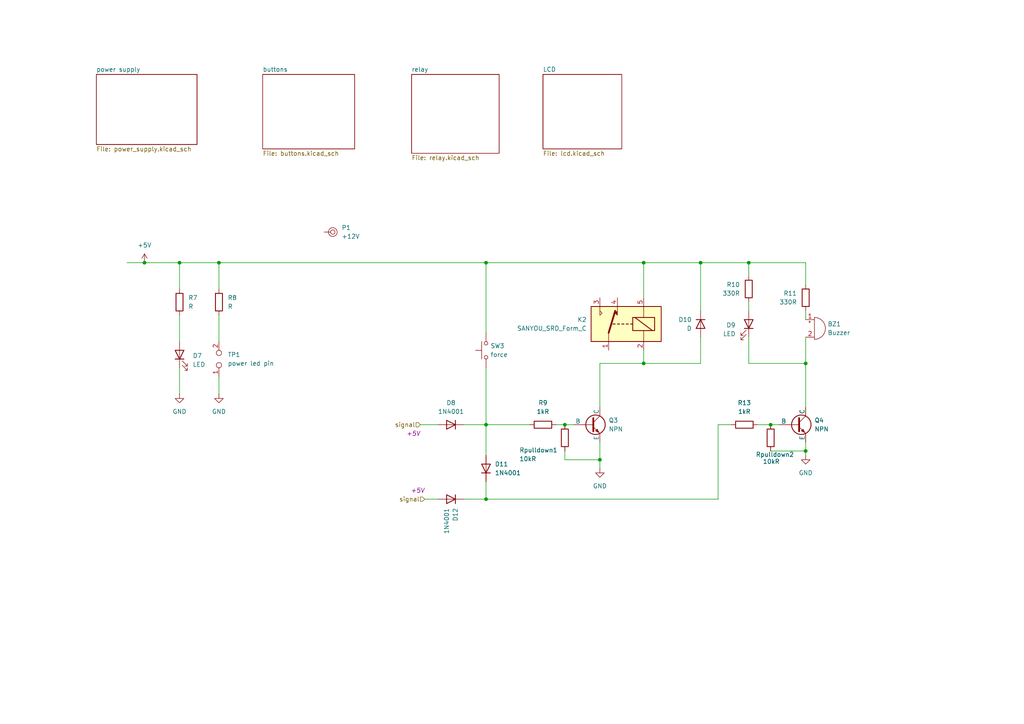
<source format=kicad_sch>
(kicad_sch
	(version 20250114)
	(generator "eeschema")
	(generator_version "9.0")
	(uuid "f1ade40e-ee4b-4e00-b57d-44850604005b")
	(paper "A4")
	(title_block
		(title "Main")
		(date "2025-09-25")
		(rev "v0.0.3")
		(company "Dag-Electronics")
	)
	(lib_symbols
		(symbol "Connector:TestPoint_2Pole"
			(pin_names
				(offset 0.762)
				(hide yes)
			)
			(exclude_from_sim no)
			(in_bom yes)
			(on_board yes)
			(property "Reference" "TP"
				(at 0 1.524 0)
				(effects
					(font
						(size 1.27 1.27)
					)
				)
			)
			(property "Value" "TestPoint_2Pole"
				(at 0 -1.778 0)
				(effects
					(font
						(size 1.27 1.27)
					)
				)
			)
			(property "Footprint" ""
				(at 0 0 0)
				(effects
					(font
						(size 1.27 1.27)
					)
					(hide yes)
				)
			)
			(property "Datasheet" "~"
				(at 0 0 0)
				(effects
					(font
						(size 1.27 1.27)
					)
					(hide yes)
				)
			)
			(property "Description" "2-polar test point"
				(at 0 0 0)
				(effects
					(font
						(size 1.27 1.27)
					)
					(hide yes)
				)
			)
			(property "ki_keywords" "point tp"
				(at 0 0 0)
				(effects
					(font
						(size 1.27 1.27)
					)
					(hide yes)
				)
			)
			(property "ki_fp_filters" "Pin* Test*"
				(at 0 0 0)
				(effects
					(font
						(size 1.27 1.27)
					)
					(hide yes)
				)
			)
			(symbol "TestPoint_2Pole_0_1"
				(circle
					(center -1.778 0)
					(radius 0.762)
					(stroke
						(width 0)
						(type default)
					)
					(fill
						(type none)
					)
				)
				(circle
					(center 1.778 0)
					(radius 0.762)
					(stroke
						(width 0)
						(type default)
					)
					(fill
						(type none)
					)
				)
				(pin passive line
					(at -5.08 0 0)
					(length 2.54)
					(name "1"
						(effects
							(font
								(size 1.27 1.27)
							)
						)
					)
					(number "1"
						(effects
							(font
								(size 1.27 1.27)
							)
						)
					)
				)
				(pin passive line
					(at 5.08 0 180)
					(length 2.54)
					(name "2"
						(effects
							(font
								(size 1.27 1.27)
							)
						)
					)
					(number "2"
						(effects
							(font
								(size 1.27 1.27)
							)
						)
					)
				)
			)
			(embedded_fonts no)
		)
		(symbol "Device:Buzzer"
			(pin_names
				(offset 0.0254)
				(hide yes)
			)
			(exclude_from_sim no)
			(in_bom yes)
			(on_board yes)
			(property "Reference" "BZ"
				(at 3.81 1.27 0)
				(effects
					(font
						(size 1.27 1.27)
					)
					(justify left)
				)
			)
			(property "Value" "Buzzer"
				(at 3.81 -1.27 0)
				(effects
					(font
						(size 1.27 1.27)
					)
					(justify left)
				)
			)
			(property "Footprint" ""
				(at -0.635 2.54 90)
				(effects
					(font
						(size 1.27 1.27)
					)
					(hide yes)
				)
			)
			(property "Datasheet" "~"
				(at -0.635 2.54 90)
				(effects
					(font
						(size 1.27 1.27)
					)
					(hide yes)
				)
			)
			(property "Description" "Buzzer, polarized"
				(at 0 0 0)
				(effects
					(font
						(size 1.27 1.27)
					)
					(hide yes)
				)
			)
			(property "ki_keywords" "quartz resonator ceramic"
				(at 0 0 0)
				(effects
					(font
						(size 1.27 1.27)
					)
					(hide yes)
				)
			)
			(property "ki_fp_filters" "*Buzzer*"
				(at 0 0 0)
				(effects
					(font
						(size 1.27 1.27)
					)
					(hide yes)
				)
			)
			(symbol "Buzzer_0_1"
				(polyline
					(pts
						(xy -1.651 1.905) (xy -1.143 1.905)
					)
					(stroke
						(width 0)
						(type default)
					)
					(fill
						(type none)
					)
				)
				(polyline
					(pts
						(xy -1.397 2.159) (xy -1.397 1.651)
					)
					(stroke
						(width 0)
						(type default)
					)
					(fill
						(type none)
					)
				)
				(arc
					(start 0 3.175)
					(mid 3.1612 0)
					(end 0 -3.175)
					(stroke
						(width 0)
						(type default)
					)
					(fill
						(type none)
					)
				)
				(polyline
					(pts
						(xy 0 3.175) (xy 0 -3.175)
					)
					(stroke
						(width 0)
						(type default)
					)
					(fill
						(type none)
					)
				)
			)
			(symbol "Buzzer_1_1"
				(pin passive line
					(at -2.54 2.54 0)
					(length 2.54)
					(name "+"
						(effects
							(font
								(size 1.27 1.27)
							)
						)
					)
					(number "1"
						(effects
							(font
								(size 1.27 1.27)
							)
						)
					)
				)
				(pin passive line
					(at -2.54 -2.54 0)
					(length 2.54)
					(name "-"
						(effects
							(font
								(size 1.27 1.27)
							)
						)
					)
					(number "2"
						(effects
							(font
								(size 1.27 1.27)
							)
						)
					)
				)
			)
			(embedded_fonts no)
		)
		(symbol "Device:D"
			(pin_numbers
				(hide yes)
			)
			(pin_names
				(offset 1.016)
				(hide yes)
			)
			(exclude_from_sim no)
			(in_bom yes)
			(on_board yes)
			(property "Reference" "D"
				(at 0 2.54 0)
				(effects
					(font
						(size 1.27 1.27)
					)
				)
			)
			(property "Value" "D"
				(at 0 -2.54 0)
				(effects
					(font
						(size 1.27 1.27)
					)
				)
			)
			(property "Footprint" ""
				(at 0 0 0)
				(effects
					(font
						(size 1.27 1.27)
					)
					(hide yes)
				)
			)
			(property "Datasheet" "~"
				(at 0 0 0)
				(effects
					(font
						(size 1.27 1.27)
					)
					(hide yes)
				)
			)
			(property "Description" "Diode"
				(at 0 0 0)
				(effects
					(font
						(size 1.27 1.27)
					)
					(hide yes)
				)
			)
			(property "Sim.Device" "D"
				(at 0 0 0)
				(effects
					(font
						(size 1.27 1.27)
					)
					(hide yes)
				)
			)
			(property "Sim.Pins" "1=K 2=A"
				(at 0 0 0)
				(effects
					(font
						(size 1.27 1.27)
					)
					(hide yes)
				)
			)
			(property "ki_keywords" "diode"
				(at 0 0 0)
				(effects
					(font
						(size 1.27 1.27)
					)
					(hide yes)
				)
			)
			(property "ki_fp_filters" "TO-???* *_Diode_* *SingleDiode* D_*"
				(at 0 0 0)
				(effects
					(font
						(size 1.27 1.27)
					)
					(hide yes)
				)
			)
			(symbol "D_0_1"
				(polyline
					(pts
						(xy -1.27 1.27) (xy -1.27 -1.27)
					)
					(stroke
						(width 0.254)
						(type default)
					)
					(fill
						(type none)
					)
				)
				(polyline
					(pts
						(xy 1.27 1.27) (xy 1.27 -1.27) (xy -1.27 0) (xy 1.27 1.27)
					)
					(stroke
						(width 0.254)
						(type default)
					)
					(fill
						(type none)
					)
				)
				(polyline
					(pts
						(xy 1.27 0) (xy -1.27 0)
					)
					(stroke
						(width 0)
						(type default)
					)
					(fill
						(type none)
					)
				)
			)
			(symbol "D_1_1"
				(pin passive line
					(at -3.81 0 0)
					(length 2.54)
					(name "K"
						(effects
							(font
								(size 1.27 1.27)
							)
						)
					)
					(number "1"
						(effects
							(font
								(size 1.27 1.27)
							)
						)
					)
				)
				(pin passive line
					(at 3.81 0 180)
					(length 2.54)
					(name "A"
						(effects
							(font
								(size 1.27 1.27)
							)
						)
					)
					(number "2"
						(effects
							(font
								(size 1.27 1.27)
							)
						)
					)
				)
			)
			(embedded_fonts no)
		)
		(symbol "Device:LED"
			(pin_numbers
				(hide yes)
			)
			(pin_names
				(offset 1.016)
				(hide yes)
			)
			(exclude_from_sim no)
			(in_bom yes)
			(on_board yes)
			(property "Reference" "D"
				(at 0 2.54 0)
				(effects
					(font
						(size 1.27 1.27)
					)
				)
			)
			(property "Value" "LED"
				(at 0 -2.54 0)
				(effects
					(font
						(size 1.27 1.27)
					)
				)
			)
			(property "Footprint" ""
				(at 0 0 0)
				(effects
					(font
						(size 1.27 1.27)
					)
					(hide yes)
				)
			)
			(property "Datasheet" "~"
				(at 0 0 0)
				(effects
					(font
						(size 1.27 1.27)
					)
					(hide yes)
				)
			)
			(property "Description" "Light emitting diode"
				(at 0 0 0)
				(effects
					(font
						(size 1.27 1.27)
					)
					(hide yes)
				)
			)
			(property "Sim.Pins" "1=K 2=A"
				(at 0 0 0)
				(effects
					(font
						(size 1.27 1.27)
					)
					(hide yes)
				)
			)
			(property "ki_keywords" "LED diode"
				(at 0 0 0)
				(effects
					(font
						(size 1.27 1.27)
					)
					(hide yes)
				)
			)
			(property "ki_fp_filters" "LED* LED_SMD:* LED_THT:*"
				(at 0 0 0)
				(effects
					(font
						(size 1.27 1.27)
					)
					(hide yes)
				)
			)
			(symbol "LED_0_1"
				(polyline
					(pts
						(xy -3.048 -0.762) (xy -4.572 -2.286) (xy -3.81 -2.286) (xy -4.572 -2.286) (xy -4.572 -1.524)
					)
					(stroke
						(width 0)
						(type default)
					)
					(fill
						(type none)
					)
				)
				(polyline
					(pts
						(xy -1.778 -0.762) (xy -3.302 -2.286) (xy -2.54 -2.286) (xy -3.302 -2.286) (xy -3.302 -1.524)
					)
					(stroke
						(width 0)
						(type default)
					)
					(fill
						(type none)
					)
				)
				(polyline
					(pts
						(xy -1.27 0) (xy 1.27 0)
					)
					(stroke
						(width 0)
						(type default)
					)
					(fill
						(type none)
					)
				)
				(polyline
					(pts
						(xy -1.27 -1.27) (xy -1.27 1.27)
					)
					(stroke
						(width 0.254)
						(type default)
					)
					(fill
						(type none)
					)
				)
				(polyline
					(pts
						(xy 1.27 -1.27) (xy 1.27 1.27) (xy -1.27 0) (xy 1.27 -1.27)
					)
					(stroke
						(width 0.254)
						(type default)
					)
					(fill
						(type none)
					)
				)
			)
			(symbol "LED_1_1"
				(pin passive line
					(at -3.81 0 0)
					(length 2.54)
					(name "K"
						(effects
							(font
								(size 1.27 1.27)
							)
						)
					)
					(number "1"
						(effects
							(font
								(size 1.27 1.27)
							)
						)
					)
				)
				(pin passive line
					(at 3.81 0 180)
					(length 2.54)
					(name "A"
						(effects
							(font
								(size 1.27 1.27)
							)
						)
					)
					(number "2"
						(effects
							(font
								(size 1.27 1.27)
							)
						)
					)
				)
			)
			(embedded_fonts no)
		)
		(symbol "Device:R"
			(pin_numbers
				(hide yes)
			)
			(pin_names
				(offset 0)
			)
			(exclude_from_sim no)
			(in_bom yes)
			(on_board yes)
			(property "Reference" "R"
				(at 2.032 0 90)
				(effects
					(font
						(size 1.27 1.27)
					)
				)
			)
			(property "Value" "R"
				(at 0 0 90)
				(effects
					(font
						(size 1.27 1.27)
					)
				)
			)
			(property "Footprint" ""
				(at -1.778 0 90)
				(effects
					(font
						(size 1.27 1.27)
					)
					(hide yes)
				)
			)
			(property "Datasheet" "~"
				(at 0 0 0)
				(effects
					(font
						(size 1.27 1.27)
					)
					(hide yes)
				)
			)
			(property "Description" "Resistor"
				(at 0 0 0)
				(effects
					(font
						(size 1.27 1.27)
					)
					(hide yes)
				)
			)
			(property "ki_keywords" "R res resistor"
				(at 0 0 0)
				(effects
					(font
						(size 1.27 1.27)
					)
					(hide yes)
				)
			)
			(property "ki_fp_filters" "R_*"
				(at 0 0 0)
				(effects
					(font
						(size 1.27 1.27)
					)
					(hide yes)
				)
			)
			(symbol "R_0_1"
				(rectangle
					(start -1.016 -2.54)
					(end 1.016 2.54)
					(stroke
						(width 0.254)
						(type default)
					)
					(fill
						(type none)
					)
				)
			)
			(symbol "R_1_1"
				(pin passive line
					(at 0 3.81 270)
					(length 1.27)
					(name "~"
						(effects
							(font
								(size 1.27 1.27)
							)
						)
					)
					(number "1"
						(effects
							(font
								(size 1.27 1.27)
							)
						)
					)
				)
				(pin passive line
					(at 0 -3.81 90)
					(length 1.27)
					(name "~"
						(effects
							(font
								(size 1.27 1.27)
							)
						)
					)
					(number "2"
						(effects
							(font
								(size 1.27 1.27)
							)
						)
					)
				)
			)
			(embedded_fonts no)
		)
		(symbol "Diode:1N4001"
			(pin_numbers
				(hide yes)
			)
			(pin_names
				(hide yes)
			)
			(exclude_from_sim no)
			(in_bom yes)
			(on_board yes)
			(property "Reference" "D"
				(at 0 2.54 0)
				(effects
					(font
						(size 1.27 1.27)
					)
				)
			)
			(property "Value" "1N4001"
				(at 0 -2.54 0)
				(effects
					(font
						(size 1.27 1.27)
					)
				)
			)
			(property "Footprint" "Diode_THT:D_DO-41_SOD81_P10.16mm_Horizontal"
				(at 0 0 0)
				(effects
					(font
						(size 1.27 1.27)
					)
					(hide yes)
				)
			)
			(property "Datasheet" "http://www.vishay.com/docs/88503/1n4001.pdf"
				(at 0 0 0)
				(effects
					(font
						(size 1.27 1.27)
					)
					(hide yes)
				)
			)
			(property "Description" "50V 1A General Purpose Rectifier Diode, DO-41"
				(at 0 0 0)
				(effects
					(font
						(size 1.27 1.27)
					)
					(hide yes)
				)
			)
			(property "Sim.Device" "D"
				(at 0 0 0)
				(effects
					(font
						(size 1.27 1.27)
					)
					(hide yes)
				)
			)
			(property "Sim.Pins" "1=K 2=A"
				(at 0 0 0)
				(effects
					(font
						(size 1.27 1.27)
					)
					(hide yes)
				)
			)
			(property "ki_keywords" "diode"
				(at 0 0 0)
				(effects
					(font
						(size 1.27 1.27)
					)
					(hide yes)
				)
			)
			(property "ki_fp_filters" "D*DO?41*"
				(at 0 0 0)
				(effects
					(font
						(size 1.27 1.27)
					)
					(hide yes)
				)
			)
			(symbol "1N4001_0_1"
				(polyline
					(pts
						(xy -1.27 1.27) (xy -1.27 -1.27)
					)
					(stroke
						(width 0.254)
						(type default)
					)
					(fill
						(type none)
					)
				)
				(polyline
					(pts
						(xy 1.27 1.27) (xy 1.27 -1.27) (xy -1.27 0) (xy 1.27 1.27)
					)
					(stroke
						(width 0.254)
						(type default)
					)
					(fill
						(type none)
					)
				)
				(polyline
					(pts
						(xy 1.27 0) (xy -1.27 0)
					)
					(stroke
						(width 0)
						(type default)
					)
					(fill
						(type none)
					)
				)
			)
			(symbol "1N4001_1_1"
				(pin passive line
					(at -3.81 0 0)
					(length 2.54)
					(name "K"
						(effects
							(font
								(size 1.27 1.27)
							)
						)
					)
					(number "1"
						(effects
							(font
								(size 1.27 1.27)
							)
						)
					)
				)
				(pin passive line
					(at 3.81 0 180)
					(length 2.54)
					(name "A"
						(effects
							(font
								(size 1.27 1.27)
							)
						)
					)
					(number "2"
						(effects
							(font
								(size 1.27 1.27)
							)
						)
					)
				)
			)
			(embedded_fonts no)
		)
		(symbol "Relay:SANYOU_SRD_Form_C"
			(exclude_from_sim no)
			(in_bom yes)
			(on_board yes)
			(property "Reference" "K"
				(at 11.43 3.81 0)
				(effects
					(font
						(size 1.27 1.27)
					)
					(justify left)
				)
			)
			(property "Value" "SANYOU_SRD_Form_C"
				(at 11.43 1.27 0)
				(effects
					(font
						(size 1.27 1.27)
					)
					(justify left)
				)
			)
			(property "Footprint" "Relay_THT:Relay_SPDT_SANYOU_SRD_Series_Form_C"
				(at 11.43 -1.27 0)
				(effects
					(font
						(size 1.27 1.27)
					)
					(justify left)
					(hide yes)
				)
			)
			(property "Datasheet" "http://www.sanyourelay.ca/public/products/pdf/SRD.pdf"
				(at 0 0 0)
				(effects
					(font
						(size 1.27 1.27)
					)
					(hide yes)
				)
			)
			(property "Description" "Sanyo SRD relay, Single Pole Miniature Power Relay,"
				(at 0 0 0)
				(effects
					(font
						(size 1.27 1.27)
					)
					(hide yes)
				)
			)
			(property "ki_keywords" "Single Pole Relay SPDT"
				(at 0 0 0)
				(effects
					(font
						(size 1.27 1.27)
					)
					(hide yes)
				)
			)
			(property "ki_fp_filters" "Relay*SPDT*SANYOU*SRD*Series*Form*C*"
				(at 0 0 0)
				(effects
					(font
						(size 1.27 1.27)
					)
					(hide yes)
				)
			)
			(symbol "SANYOU_SRD_Form_C_0_0"
				(polyline
					(pts
						(xy 7.62 5.08) (xy 7.62 2.54) (xy 6.985 3.175) (xy 7.62 3.81)
					)
					(stroke
						(width 0)
						(type default)
					)
					(fill
						(type none)
					)
				)
			)
			(symbol "SANYOU_SRD_Form_C_0_1"
				(rectangle
					(start -10.16 5.08)
					(end 10.16 -5.08)
					(stroke
						(width 0.254)
						(type default)
					)
					(fill
						(type background)
					)
				)
				(rectangle
					(start -8.255 1.905)
					(end -1.905 -1.905)
					(stroke
						(width 0.254)
						(type default)
					)
					(fill
						(type none)
					)
				)
				(polyline
					(pts
						(xy -7.62 -1.905) (xy -2.54 1.905)
					)
					(stroke
						(width 0.254)
						(type default)
					)
					(fill
						(type none)
					)
				)
				(polyline
					(pts
						(xy -5.08 5.08) (xy -5.08 1.905)
					)
					(stroke
						(width 0)
						(type default)
					)
					(fill
						(type none)
					)
				)
				(polyline
					(pts
						(xy -5.08 -5.08) (xy -5.08 -1.905)
					)
					(stroke
						(width 0)
						(type default)
					)
					(fill
						(type none)
					)
				)
				(polyline
					(pts
						(xy -1.905 0) (xy -1.27 0)
					)
					(stroke
						(width 0.254)
						(type default)
					)
					(fill
						(type none)
					)
				)
				(polyline
					(pts
						(xy -0.635 0) (xy 0 0)
					)
					(stroke
						(width 0.254)
						(type default)
					)
					(fill
						(type none)
					)
				)
				(polyline
					(pts
						(xy 0.635 0) (xy 1.27 0)
					)
					(stroke
						(width 0.254)
						(type default)
					)
					(fill
						(type none)
					)
				)
				(polyline
					(pts
						(xy 1.905 0) (xy 2.54 0)
					)
					(stroke
						(width 0.254)
						(type default)
					)
					(fill
						(type none)
					)
				)
				(polyline
					(pts
						(xy 3.175 0) (xy 3.81 0)
					)
					(stroke
						(width 0.254)
						(type default)
					)
					(fill
						(type none)
					)
				)
				(polyline
					(pts
						(xy 5.08 -2.54) (xy 3.175 3.81)
					)
					(stroke
						(width 0.508)
						(type default)
					)
					(fill
						(type none)
					)
				)
				(polyline
					(pts
						(xy 5.08 -2.54) (xy 5.08 -5.08)
					)
					(stroke
						(width 0)
						(type default)
					)
					(fill
						(type none)
					)
				)
			)
			(symbol "SANYOU_SRD_Form_C_1_1"
				(polyline
					(pts
						(xy 2.54 3.81) (xy 3.175 3.175) (xy 2.54 2.54) (xy 2.54 5.08)
					)
					(stroke
						(width 0)
						(type default)
					)
					(fill
						(type outline)
					)
				)
				(pin passive line
					(at -5.08 7.62 270)
					(length 2.54)
					(name "~"
						(effects
							(font
								(size 1.27 1.27)
							)
						)
					)
					(number "5"
						(effects
							(font
								(size 1.27 1.27)
							)
						)
					)
				)
				(pin passive line
					(at -5.08 -7.62 90)
					(length 2.54)
					(name "~"
						(effects
							(font
								(size 1.27 1.27)
							)
						)
					)
					(number "2"
						(effects
							(font
								(size 1.27 1.27)
							)
						)
					)
				)
				(pin passive line
					(at 2.54 7.62 270)
					(length 2.54)
					(name "~"
						(effects
							(font
								(size 1.27 1.27)
							)
						)
					)
					(number "4"
						(effects
							(font
								(size 1.27 1.27)
							)
						)
					)
				)
				(pin passive line
					(at 5.08 -7.62 90)
					(length 2.54)
					(name "~"
						(effects
							(font
								(size 1.27 1.27)
							)
						)
					)
					(number "1"
						(effects
							(font
								(size 1.27 1.27)
							)
						)
					)
				)
				(pin passive line
					(at 7.62 7.62 270)
					(length 2.54)
					(name "~"
						(effects
							(font
								(size 1.27 1.27)
							)
						)
					)
					(number "3"
						(effects
							(font
								(size 1.27 1.27)
							)
						)
					)
				)
			)
			(embedded_fonts no)
		)
		(symbol "Simulation_SPICE:NPN"
			(pin_numbers
				(hide yes)
			)
			(pin_names
				(offset 0)
			)
			(exclude_from_sim no)
			(in_bom yes)
			(on_board yes)
			(property "Reference" "Q"
				(at -2.54 7.62 0)
				(effects
					(font
						(size 1.27 1.27)
					)
				)
			)
			(property "Value" "NPN"
				(at -2.54 5.08 0)
				(effects
					(font
						(size 1.27 1.27)
					)
				)
			)
			(property "Footprint" ""
				(at 63.5 0 0)
				(effects
					(font
						(size 1.27 1.27)
					)
					(hide yes)
				)
			)
			(property "Datasheet" "https://ngspice.sourceforge.io/docs/ngspice-html-manual/manual.xhtml#cha_BJTs"
				(at 63.5 0 0)
				(effects
					(font
						(size 1.27 1.27)
					)
					(hide yes)
				)
			)
			(property "Description" "Bipolar transistor symbol for simulation only, substrate tied to the emitter"
				(at 0 0 0)
				(effects
					(font
						(size 1.27 1.27)
					)
					(hide yes)
				)
			)
			(property "Sim.Device" "NPN"
				(at 0 0 0)
				(effects
					(font
						(size 1.27 1.27)
					)
					(hide yes)
				)
			)
			(property "Sim.Type" "GUMMELPOON"
				(at 0 0 0)
				(effects
					(font
						(size 1.27 1.27)
					)
					(hide yes)
				)
			)
			(property "Sim.Pins" "1=C 2=B 3=E"
				(at 0 0 0)
				(effects
					(font
						(size 1.27 1.27)
					)
					(hide yes)
				)
			)
			(property "ki_keywords" "simulation"
				(at 0 0 0)
				(effects
					(font
						(size 1.27 1.27)
					)
					(hide yes)
				)
			)
			(symbol "NPN_0_1"
				(polyline
					(pts
						(xy -2.54 0) (xy 0.635 0)
					)
					(stroke
						(width 0.1524)
						(type default)
					)
					(fill
						(type none)
					)
				)
				(polyline
					(pts
						(xy 0.635 1.905) (xy 0.635 -1.905) (xy 0.635 -1.905)
					)
					(stroke
						(width 0.508)
						(type default)
					)
					(fill
						(type none)
					)
				)
				(polyline
					(pts
						(xy 0.635 0.635) (xy 2.54 2.54)
					)
					(stroke
						(width 0)
						(type default)
					)
					(fill
						(type none)
					)
				)
				(polyline
					(pts
						(xy 0.635 -0.635) (xy 2.54 -2.54) (xy 2.54 -2.54)
					)
					(stroke
						(width 0)
						(type default)
					)
					(fill
						(type none)
					)
				)
				(circle
					(center 1.27 0)
					(radius 2.8194)
					(stroke
						(width 0.254)
						(type default)
					)
					(fill
						(type none)
					)
				)
				(polyline
					(pts
						(xy 1.27 -1.778) (xy 1.778 -1.27) (xy 2.286 -2.286) (xy 1.27 -1.778) (xy 1.27 -1.778)
					)
					(stroke
						(width 0)
						(type default)
					)
					(fill
						(type outline)
					)
				)
				(polyline
					(pts
						(xy 2.794 -1.27) (xy 2.794 -1.27)
					)
					(stroke
						(width 0.1524)
						(type default)
					)
					(fill
						(type none)
					)
				)
				(polyline
					(pts
						(xy 2.794 -1.27) (xy 2.794 -1.27)
					)
					(stroke
						(width 0.1524)
						(type default)
					)
					(fill
						(type none)
					)
				)
			)
			(symbol "NPN_1_1"
				(pin input line
					(at -5.08 0 0)
					(length 2.54)
					(name "B"
						(effects
							(font
								(size 1.27 1.27)
							)
						)
					)
					(number "2"
						(effects
							(font
								(size 1.27 1.27)
							)
						)
					)
				)
				(pin open_collector line
					(at 2.54 5.08 270)
					(length 2.54)
					(name "C"
						(effects
							(font
								(size 1.27 1.27)
							)
						)
					)
					(number "1"
						(effects
							(font
								(size 1.27 1.27)
							)
						)
					)
				)
				(pin open_emitter line
					(at 2.54 -5.08 90)
					(length 2.54)
					(name "E"
						(effects
							(font
								(size 1.27 1.27)
							)
						)
					)
					(number "3"
						(effects
							(font
								(size 1.27 1.27)
							)
						)
					)
				)
			)
			(embedded_fonts no)
		)
		(symbol "Switch:SW_Push"
			(pin_numbers
				(hide yes)
			)
			(pin_names
				(offset 1.016)
				(hide yes)
			)
			(exclude_from_sim no)
			(in_bom yes)
			(on_board yes)
			(property "Reference" "SW"
				(at 1.27 2.54 0)
				(effects
					(font
						(size 1.27 1.27)
					)
					(justify left)
				)
			)
			(property "Value" "SW_Push"
				(at 0 -1.524 0)
				(effects
					(font
						(size 1.27 1.27)
					)
				)
			)
			(property "Footprint" ""
				(at 0 5.08 0)
				(effects
					(font
						(size 1.27 1.27)
					)
					(hide yes)
				)
			)
			(property "Datasheet" "~"
				(at 0 5.08 0)
				(effects
					(font
						(size 1.27 1.27)
					)
					(hide yes)
				)
			)
			(property "Description" "Push button switch, generic, two pins"
				(at 0 0 0)
				(effects
					(font
						(size 1.27 1.27)
					)
					(hide yes)
				)
			)
			(property "ki_keywords" "switch normally-open pushbutton push-button"
				(at 0 0 0)
				(effects
					(font
						(size 1.27 1.27)
					)
					(hide yes)
				)
			)
			(symbol "SW_Push_0_1"
				(circle
					(center -2.032 0)
					(radius 0.508)
					(stroke
						(width 0)
						(type default)
					)
					(fill
						(type none)
					)
				)
				(polyline
					(pts
						(xy 0 1.27) (xy 0 3.048)
					)
					(stroke
						(width 0)
						(type default)
					)
					(fill
						(type none)
					)
				)
				(circle
					(center 2.032 0)
					(radius 0.508)
					(stroke
						(width 0)
						(type default)
					)
					(fill
						(type none)
					)
				)
				(polyline
					(pts
						(xy 2.54 1.27) (xy -2.54 1.27)
					)
					(stroke
						(width 0)
						(type default)
					)
					(fill
						(type none)
					)
				)
				(pin passive line
					(at -5.08 0 0)
					(length 2.54)
					(name "1"
						(effects
							(font
								(size 1.27 1.27)
							)
						)
					)
					(number "1"
						(effects
							(font
								(size 1.27 1.27)
							)
						)
					)
				)
				(pin passive line
					(at 5.08 0 180)
					(length 2.54)
					(name "2"
						(effects
							(font
								(size 1.27 1.27)
							)
						)
					)
					(number "2"
						(effects
							(font
								(size 1.27 1.27)
							)
						)
					)
				)
			)
			(embedded_fonts no)
		)
		(symbol "dag_library:pad"
			(exclude_from_sim no)
			(in_bom yes)
			(on_board yes)
			(property "Reference" "P"
				(at 1.016 2.286 0)
				(effects
					(font
						(size 1.27 1.27)
					)
				)
			)
			(property "Value" "~"
				(at 4.318 0 0)
				(effects
					(font
						(size 1.27 1.27)
					)
					(justify left)
				)
			)
			(property "Footprint" "dag-library:pad"
				(at 0.508 -5.08 0)
				(effects
					(font
						(size 1.27 1.27)
					)
					(hide yes)
				)
			)
			(property "Datasheet" ""
				(at 0 0 0)
				(effects
					(font
						(size 1.27 1.27)
					)
					(hide yes)
				)
			)
			(property "Description" "Pad per saldature dirette sulla PCB"
				(at -0.508 -3.048 0)
				(effects
					(font
						(size 1.27 1.27)
					)
					(hide yes)
				)
			)
			(symbol "pad_0_1"
				(circle
					(center 2.54 0)
					(radius 1.27)
					(stroke
						(width 0)
						(type default)
					)
					(fill
						(type none)
					)
				)
			)
			(symbol "pad_1_1"
				(pin input inverted
					(at 0 0 0)
					(length 3.175)
					(name ""
						(effects
							(font
								(size 1.27 1.27)
							)
						)
					)
					(number ""
						(effects
							(font
								(size 1.27 1.27)
							)
						)
					)
				)
			)
			(embedded_fonts no)
		)
		(symbol "power:+5V"
			(power)
			(pin_numbers
				(hide yes)
			)
			(pin_names
				(offset 0)
				(hide yes)
			)
			(exclude_from_sim no)
			(in_bom yes)
			(on_board yes)
			(property "Reference" "#PWR"
				(at 0 -3.81 0)
				(effects
					(font
						(size 1.27 1.27)
					)
					(hide yes)
				)
			)
			(property "Value" "+5V"
				(at 0 3.556 0)
				(effects
					(font
						(size 1.27 1.27)
					)
				)
			)
			(property "Footprint" ""
				(at 0 0 0)
				(effects
					(font
						(size 1.27 1.27)
					)
					(hide yes)
				)
			)
			(property "Datasheet" ""
				(at 0 0 0)
				(effects
					(font
						(size 1.27 1.27)
					)
					(hide yes)
				)
			)
			(property "Description" "Power symbol creates a global label with name \"+5V\""
				(at 0 0 0)
				(effects
					(font
						(size 1.27 1.27)
					)
					(hide yes)
				)
			)
			(property "ki_keywords" "global power"
				(at 0 0 0)
				(effects
					(font
						(size 1.27 1.27)
					)
					(hide yes)
				)
			)
			(symbol "+5V_0_1"
				(polyline
					(pts
						(xy -0.762 1.27) (xy 0 2.54)
					)
					(stroke
						(width 0)
						(type default)
					)
					(fill
						(type none)
					)
				)
				(polyline
					(pts
						(xy 0 2.54) (xy 0.762 1.27)
					)
					(stroke
						(width 0)
						(type default)
					)
					(fill
						(type none)
					)
				)
				(polyline
					(pts
						(xy 0 0) (xy 0 2.54)
					)
					(stroke
						(width 0)
						(type default)
					)
					(fill
						(type none)
					)
				)
			)
			(symbol "+5V_1_1"
				(pin power_in line
					(at 0 0 90)
					(length 0)
					(name "~"
						(effects
							(font
								(size 1.27 1.27)
							)
						)
					)
					(number "1"
						(effects
							(font
								(size 1.27 1.27)
							)
						)
					)
				)
			)
			(embedded_fonts no)
		)
		(symbol "power:GND"
			(power)
			(pin_numbers
				(hide yes)
			)
			(pin_names
				(offset 0)
				(hide yes)
			)
			(exclude_from_sim no)
			(in_bom yes)
			(on_board yes)
			(property "Reference" "#PWR"
				(at 0 -6.35 0)
				(effects
					(font
						(size 1.27 1.27)
					)
					(hide yes)
				)
			)
			(property "Value" "GND"
				(at 0 -3.81 0)
				(effects
					(font
						(size 1.27 1.27)
					)
				)
			)
			(property "Footprint" ""
				(at 0 0 0)
				(effects
					(font
						(size 1.27 1.27)
					)
					(hide yes)
				)
			)
			(property "Datasheet" ""
				(at 0 0 0)
				(effects
					(font
						(size 1.27 1.27)
					)
					(hide yes)
				)
			)
			(property "Description" "Power symbol creates a global label with name \"GND\" , ground"
				(at 0 0 0)
				(effects
					(font
						(size 1.27 1.27)
					)
					(hide yes)
				)
			)
			(property "ki_keywords" "global power"
				(at 0 0 0)
				(effects
					(font
						(size 1.27 1.27)
					)
					(hide yes)
				)
			)
			(symbol "GND_0_1"
				(polyline
					(pts
						(xy 0 0) (xy 0 -1.27) (xy 1.27 -1.27) (xy 0 -2.54) (xy -1.27 -1.27) (xy 0 -1.27)
					)
					(stroke
						(width 0)
						(type default)
					)
					(fill
						(type none)
					)
				)
			)
			(symbol "GND_1_1"
				(pin power_in line
					(at 0 0 270)
					(length 0)
					(name "~"
						(effects
							(font
								(size 1.27 1.27)
							)
						)
					)
					(number "1"
						(effects
							(font
								(size 1.27 1.27)
							)
						)
					)
				)
			)
			(embedded_fonts no)
		)
	)
	(junction
		(at 140.97 144.78)
		(diameter 0)
		(color 0 0 0 0)
		(uuid "12446af0-f3e8-45cb-8d16-5e5e8bc14ef9")
	)
	(junction
		(at 217.17 76.2)
		(diameter 0)
		(color 0 0 0 0)
		(uuid "16e31732-5f38-444e-bb0f-c7830465f74d")
	)
	(junction
		(at 41.91 76.2)
		(diameter 0)
		(color 0 0 0 0)
		(uuid "1c8a8e22-5c04-4e9b-95e2-d9f901c6385f")
	)
	(junction
		(at 186.69 105.41)
		(diameter 0)
		(color 0 0 0 0)
		(uuid "3eefc8bb-201e-4c2a-bf95-035c85e7719b")
	)
	(junction
		(at 223.52 123.19)
		(diameter 0)
		(color 0 0 0 0)
		(uuid "52cd1cac-deda-4173-9399-3b5b322d826e")
	)
	(junction
		(at 163.83 123.19)
		(diameter 0)
		(color 0 0 0 0)
		(uuid "5e375a25-1f0a-4dcf-a8c8-e332132d7b78")
	)
	(junction
		(at 186.69 76.2)
		(diameter 0)
		(color 0 0 0 0)
		(uuid "5ef98d9d-bf1e-4b0b-8467-07757f829d0f")
	)
	(junction
		(at 173.99 133.35)
		(diameter 0)
		(color 0 0 0 0)
		(uuid "6e152863-420f-4a17-ad4e-358ae1c45d35")
	)
	(junction
		(at 140.97 123.19)
		(diameter 0)
		(color 0 0 0 0)
		(uuid "75e75f14-903c-48d0-b70d-3cbcb628d681")
	)
	(junction
		(at 203.2 76.2)
		(diameter 0)
		(color 0 0 0 0)
		(uuid "a17f25f1-8c88-43c7-bc9f-b08d83fad74c")
	)
	(junction
		(at 63.5 76.2)
		(diameter 0)
		(color 0 0 0 0)
		(uuid "b88651a0-4238-4dfe-aa0a-80e4a8b52895")
	)
	(junction
		(at 233.68 130.81)
		(diameter 0)
		(color 0 0 0 0)
		(uuid "bb2db895-0e43-46bb-886d-46a5bba8c1c3")
	)
	(junction
		(at 52.07 76.2)
		(diameter 0)
		(color 0 0 0 0)
		(uuid "c5abac38-3478-4ab5-b126-865aa12366e5")
	)
	(junction
		(at 140.97 76.2)
		(diameter 0)
		(color 0 0 0 0)
		(uuid "ce7b7004-4ebd-4db0-99e7-c43cb1fc80b0")
	)
	(junction
		(at 233.68 105.41)
		(diameter 0)
		(color 0 0 0 0)
		(uuid "da478956-0059-4407-b7c8-c9dc41f75dc0")
	)
	(wire
		(pts
			(xy 203.2 76.2) (xy 217.17 76.2)
		)
		(stroke
			(width 0)
			(type default)
		)
		(uuid "01cdb13a-72b3-41d4-9ecf-ce383da8e4c6")
	)
	(wire
		(pts
			(xy 52.07 76.2) (xy 52.07 83.82)
		)
		(stroke
			(width 0)
			(type default)
		)
		(uuid "07d43d9a-df3c-4b5f-8f16-4c55a01d901d")
	)
	(wire
		(pts
			(xy 140.97 123.19) (xy 140.97 132.08)
		)
		(stroke
			(width 0)
			(type default)
		)
		(uuid "13d778b4-ebf8-49ec-ad54-60bdf5aeec1b")
	)
	(wire
		(pts
			(xy 217.17 97.79) (xy 217.17 105.41)
		)
		(stroke
			(width 0)
			(type default)
		)
		(uuid "18b75430-4649-403a-82ea-dd91f1bfa971")
	)
	(wire
		(pts
			(xy 63.5 76.2) (xy 63.5 83.82)
		)
		(stroke
			(width 0)
			(type default)
		)
		(uuid "1e70e61e-956d-4eb0-a503-fbdc6c532e20")
	)
	(wire
		(pts
			(xy 217.17 76.2) (xy 233.68 76.2)
		)
		(stroke
			(width 0)
			(type default)
		)
		(uuid "2d938cd5-5623-422d-bd82-93be12597c31")
	)
	(wire
		(pts
			(xy 203.2 105.41) (xy 186.69 105.41)
		)
		(stroke
			(width 0)
			(type default)
		)
		(uuid "30249032-ced9-458a-989e-0be87b1f5a1b")
	)
	(wire
		(pts
			(xy 134.62 144.78) (xy 140.97 144.78)
		)
		(stroke
			(width 0)
			(type default)
		)
		(uuid "32db0da4-1426-48f0-af2b-3b472aa45310")
	)
	(wire
		(pts
			(xy 63.5 76.2) (xy 140.97 76.2)
		)
		(stroke
			(width 0)
			(type default)
		)
		(uuid "376c8558-5bfd-425c-8259-e9937faae018")
	)
	(wire
		(pts
			(xy 186.69 101.6) (xy 186.69 105.41)
		)
		(stroke
			(width 0)
			(type default)
		)
		(uuid "3fc8879b-0c1c-4775-80df-01fade7a264b")
	)
	(wire
		(pts
			(xy 208.28 123.19) (xy 208.28 144.78)
		)
		(stroke
			(width 0)
			(type default)
		)
		(uuid "42ca5900-3db0-4ef3-9d9a-f28f58812cd2")
	)
	(wire
		(pts
			(xy 163.83 123.19) (xy 166.37 123.19)
		)
		(stroke
			(width 0)
			(type default)
		)
		(uuid "460233a8-9ed1-4d8e-b461-89229862e663")
	)
	(wire
		(pts
			(xy 63.5 91.44) (xy 63.5 99.06)
		)
		(stroke
			(width 0)
			(type default)
		)
		(uuid "4f5a9fa8-4735-4bb5-918d-45a105b766da")
	)
	(wire
		(pts
			(xy 233.68 82.55) (xy 233.68 76.2)
		)
		(stroke
			(width 0)
			(type default)
		)
		(uuid "5038c1f6-7172-4e0b-ab90-94661abe41f7")
	)
	(wire
		(pts
			(xy 186.69 76.2) (xy 203.2 76.2)
		)
		(stroke
			(width 0)
			(type default)
		)
		(uuid "5550ee32-91b2-48e1-ae88-56fcf4bf8d01")
	)
	(wire
		(pts
			(xy 233.68 130.81) (xy 233.68 132.08)
		)
		(stroke
			(width 0)
			(type default)
		)
		(uuid "578dcd51-2f86-42b2-b113-0c9176f43e2c")
	)
	(wire
		(pts
			(xy 127 144.78) (xy 123.19 144.78)
		)
		(stroke
			(width 0)
			(type default)
		)
		(uuid "6791f5a9-8df0-481c-841a-44febcc164de")
	)
	(wire
		(pts
			(xy 173.99 133.35) (xy 173.99 135.89)
		)
		(stroke
			(width 0)
			(type default)
		)
		(uuid "706b8ca1-c1c2-40fc-b8f8-0d3359ef85ec")
	)
	(wire
		(pts
			(xy 217.17 87.63) (xy 217.17 90.17)
		)
		(stroke
			(width 0)
			(type default)
		)
		(uuid "717b6731-1e62-4e57-b5c6-966e097a2be9")
	)
	(wire
		(pts
			(xy 223.52 130.81) (xy 233.68 130.81)
		)
		(stroke
			(width 0)
			(type default)
		)
		(uuid "773af776-a4c2-450b-9a81-9d14b64073b9")
	)
	(wire
		(pts
			(xy 233.68 105.41) (xy 233.68 118.11)
		)
		(stroke
			(width 0)
			(type default)
		)
		(uuid "8348cf35-e296-4d3f-ab39-b7d8de07cd1b")
	)
	(wire
		(pts
			(xy 63.5 109.22) (xy 63.5 114.3)
		)
		(stroke
			(width 0)
			(type default)
		)
		(uuid "84428f99-764d-45dc-a79e-2c8af4cdd299")
	)
	(wire
		(pts
			(xy 233.68 128.27) (xy 233.68 130.81)
		)
		(stroke
			(width 0)
			(type default)
		)
		(uuid "862880d3-a2be-4724-8242-0b349529261b")
	)
	(wire
		(pts
			(xy 208.28 123.19) (xy 212.09 123.19)
		)
		(stroke
			(width 0)
			(type default)
		)
		(uuid "883c8c4e-977f-4cef-8588-c2cf6ec88bdc")
	)
	(wire
		(pts
			(xy 140.97 139.7) (xy 140.97 144.78)
		)
		(stroke
			(width 0)
			(type default)
		)
		(uuid "88fbfa79-076b-4499-b451-ca79b631bcd2")
	)
	(wire
		(pts
			(xy 121.92 123.19) (xy 127 123.19)
		)
		(stroke
			(width 0)
			(type default)
		)
		(uuid "89384ddb-f3f3-4711-910e-16d13097ae03")
	)
	(wire
		(pts
			(xy 163.83 130.81) (xy 163.83 133.35)
		)
		(stroke
			(width 0)
			(type default)
		)
		(uuid "8ba52bc2-4caa-43f4-80e9-4ea29cf47ecb")
	)
	(wire
		(pts
			(xy 41.91 76.2) (xy 52.07 76.2)
		)
		(stroke
			(width 0)
			(type default)
		)
		(uuid "8befd1b8-86ce-4e98-b138-0651b10d3516")
	)
	(wire
		(pts
			(xy 36.83 76.2) (xy 41.91 76.2)
		)
		(stroke
			(width 0)
			(type default)
		)
		(uuid "8e01a706-4712-4f65-b9cf-fa7280437086")
	)
	(wire
		(pts
			(xy 186.69 76.2) (xy 186.69 86.36)
		)
		(stroke
			(width 0)
			(type default)
		)
		(uuid "8f87bec7-8848-4fc9-a52c-34107c494f3c")
	)
	(wire
		(pts
			(xy 140.97 106.68) (xy 140.97 123.19)
		)
		(stroke
			(width 0)
			(type default)
		)
		(uuid "98b032f4-79f3-4767-b37e-39046ca603f9")
	)
	(wire
		(pts
			(xy 203.2 97.79) (xy 203.2 105.41)
		)
		(stroke
			(width 0)
			(type default)
		)
		(uuid "9f4206f5-af0b-4938-8c12-6833ce8df893")
	)
	(wire
		(pts
			(xy 140.97 123.19) (xy 153.67 123.19)
		)
		(stroke
			(width 0)
			(type default)
		)
		(uuid "a1cacd06-5f7e-403f-9135-f4aad41de0dc")
	)
	(wire
		(pts
			(xy 203.2 90.17) (xy 203.2 76.2)
		)
		(stroke
			(width 0)
			(type default)
		)
		(uuid "a1fac7a4-3391-4d71-b743-d3d97a261c17")
	)
	(wire
		(pts
			(xy 134.62 123.19) (xy 140.97 123.19)
		)
		(stroke
			(width 0)
			(type default)
		)
		(uuid "a7185f82-e976-433c-a35f-085af854aae7")
	)
	(wire
		(pts
			(xy 163.83 133.35) (xy 173.99 133.35)
		)
		(stroke
			(width 0)
			(type default)
		)
		(uuid "a8dc2b14-26b9-4fe8-868a-4475ea726ff4")
	)
	(wire
		(pts
			(xy 52.07 76.2) (xy 63.5 76.2)
		)
		(stroke
			(width 0)
			(type default)
		)
		(uuid "a9bd0255-52bb-4580-be49-c3619654fc7a")
	)
	(wire
		(pts
			(xy 219.71 123.19) (xy 223.52 123.19)
		)
		(stroke
			(width 0)
			(type default)
		)
		(uuid "adef4bf7-46e4-4a8e-bb0d-27f03f0c8b75")
	)
	(wire
		(pts
			(xy 173.99 105.41) (xy 173.99 118.11)
		)
		(stroke
			(width 0)
			(type default)
		)
		(uuid "b2d2e6de-0c7e-4469-a791-6ab475378295")
	)
	(wire
		(pts
			(xy 140.97 144.78) (xy 208.28 144.78)
		)
		(stroke
			(width 0)
			(type default)
		)
		(uuid "b3c10387-096a-4f3a-93f0-8b8a122347e8")
	)
	(wire
		(pts
			(xy 140.97 76.2) (xy 140.97 96.52)
		)
		(stroke
			(width 0)
			(type default)
		)
		(uuid "bbf57ff2-a881-46d2-86dc-ea477dacd6b1")
	)
	(wire
		(pts
			(xy 140.97 76.2) (xy 186.69 76.2)
		)
		(stroke
			(width 0)
			(type default)
		)
		(uuid "c2760aa9-28e7-4a8c-8ce5-9e73b86d3488")
	)
	(wire
		(pts
			(xy 233.68 97.79) (xy 233.68 105.41)
		)
		(stroke
			(width 0)
			(type default)
		)
		(uuid "c2ce2262-23a2-4b7c-b94d-084f12a0385d")
	)
	(wire
		(pts
			(xy 161.29 123.19) (xy 163.83 123.19)
		)
		(stroke
			(width 0)
			(type default)
		)
		(uuid "c2d2c1c3-4cfc-4c88-9c13-391ea2876244")
	)
	(wire
		(pts
			(xy 217.17 105.41) (xy 233.68 105.41)
		)
		(stroke
			(width 0)
			(type default)
		)
		(uuid "ca653f1f-fd03-4fe3-8f6e-a0987b3024bb")
	)
	(wire
		(pts
			(xy 52.07 91.44) (xy 52.07 99.06)
		)
		(stroke
			(width 0)
			(type default)
		)
		(uuid "cd544cca-8281-46cf-a051-b6bbfeafd172")
	)
	(wire
		(pts
			(xy 223.52 123.19) (xy 226.06 123.19)
		)
		(stroke
			(width 0)
			(type default)
		)
		(uuid "cf762d33-37ed-4159-aa11-e9ddf386f7d7")
	)
	(wire
		(pts
			(xy 217.17 76.2) (xy 217.17 80.01)
		)
		(stroke
			(width 0)
			(type default)
		)
		(uuid "d489d2a9-1677-47d6-968d-15563379b98c")
	)
	(wire
		(pts
			(xy 173.99 105.41) (xy 186.69 105.41)
		)
		(stroke
			(width 0)
			(type default)
		)
		(uuid "f32bdd69-55dc-4ed6-ae6b-7f23e4ab0ff0")
	)
	(wire
		(pts
			(xy 52.07 106.68) (xy 52.07 114.3)
		)
		(stroke
			(width 0)
			(type default)
		)
		(uuid "f5c52568-8487-475f-9446-e06f10b9b301")
	)
	(wire
		(pts
			(xy 233.68 90.17) (xy 233.68 92.71)
		)
		(stroke
			(width 0)
			(type default)
		)
		(uuid "f91ef877-a4c7-4f2b-88cd-ee751014f262")
	)
	(wire
		(pts
			(xy 173.99 128.27) (xy 173.99 133.35)
		)
		(stroke
			(width 0)
			(type default)
		)
		(uuid "f9e0c1cb-face-49aa-b4b6-cf2e6fb9d2f3")
	)
	(hierarchical_label "signal"
		(shape input)
		(at 121.92 123.19 180)
		(effects
			(font
				(size 1.27 1.27)
			)
			(justify right)
		)
		(uuid "6f3569c2-d1a8-4cac-bf84-eed4b8637f1c")
		(property "V" "+5V"
			(at 121.92 125.73 0)
			(effects
				(font
					(size 1.27 1.27)
					(italic yes)
				)
				(justify right)
			)
		)
	)
	(hierarchical_label "signal"
		(shape input)
		(at 123.19 144.78 180)
		(effects
			(font
				(size 1.27 1.27)
			)
			(justify right)
		)
		(uuid "adb3fbd4-05f0-4d1c-8785-ad049a86f618")
		(property "V" "+5V"
			(at 123.19 142.24 0)
			(effects
				(font
					(size 1.27 1.27)
					(italic yes)
				)
				(justify right)
			)
		)
	)
	(symbol
		(lib_id "Device:R")
		(at 52.07 87.63 0)
		(unit 1)
		(exclude_from_sim no)
		(in_bom yes)
		(on_board yes)
		(dnp no)
		(fields_autoplaced yes)
		(uuid "016bb33b-695d-435c-9b51-bdecf7af4314")
		(property "Reference" "R7"
			(at 54.61 86.3599 0)
			(effects
				(font
					(size 1.27 1.27)
				)
				(justify left)
			)
		)
		(property "Value" "R"
			(at 54.61 88.8999 0)
			(effects
				(font
					(size 1.27 1.27)
				)
				(justify left)
			)
		)
		(property "Footprint" ""
			(at 50.292 87.63 90)
			(effects
				(font
					(size 1.27 1.27)
				)
				(hide yes)
			)
		)
		(property "Datasheet" "~"
			(at 52.07 87.63 0)
			(effects
				(font
					(size 1.27 1.27)
				)
				(hide yes)
			)
		)
		(property "Description" "Resistor"
			(at 52.07 87.63 0)
			(effects
				(font
					(size 1.27 1.27)
				)
				(hide yes)
			)
		)
		(pin "1"
			(uuid "a1345353-aff8-436a-a4f9-b5dcc030d7f5")
		)
		(pin "2"
			(uuid "0457f119-86c4-4706-b71c-af352ee03b79")
		)
		(instances
			(project ""
				(path "/f1ade40e-ee4b-4e00-b57d-44850604005b"
					(reference "R7")
					(unit 1)
				)
			)
		)
	)
	(symbol
		(lib_id "dag_library:pad")
		(at 93.98 67.31 0)
		(unit 1)
		(exclude_from_sim no)
		(in_bom yes)
		(on_board yes)
		(dnp no)
		(fields_autoplaced yes)
		(uuid "085e43c3-451a-4bc7-9991-3f73e7235834")
		(property "Reference" "P1"
			(at 99.06 66.0399 0)
			(effects
				(font
					(size 1.27 1.27)
				)
				(justify left)
			)
		)
		(property "Value" "+12V"
			(at 99.06 68.5799 0)
			(effects
				(font
					(size 1.27 1.27)
				)
				(justify left)
			)
		)
		(property "Footprint" "dag-library:pad"
			(at 94.488 72.39 0)
			(effects
				(font
					(size 1.27 1.27)
				)
				(hide yes)
			)
		)
		(property "Datasheet" ""
			(at 93.98 67.31 0)
			(effects
				(font
					(size 1.27 1.27)
				)
				(hide yes)
			)
		)
		(property "Description" "Pad per saldature dirette sulla PCB"
			(at 93.472 70.358 0)
			(effects
				(font
					(size 1.27 1.27)
				)
				(hide yes)
			)
		)
		(pin ""
			(uuid "9a3bccdf-999f-4ac9-9a76-99db1b678772")
		)
		(instances
			(project ""
				(path "/f1ade40e-ee4b-4e00-b57d-44850604005b"
					(reference "P1")
					(unit 1)
				)
			)
		)
	)
	(symbol
		(lib_id "Device:R")
		(at 215.9 123.19 270)
		(unit 1)
		(exclude_from_sim no)
		(in_bom yes)
		(on_board yes)
		(dnp no)
		(fields_autoplaced yes)
		(uuid "12474ad7-fba7-4a18-a410-b1f0470cac0b")
		(property "Reference" "R13"
			(at 215.9 116.84 90)
			(effects
				(font
					(size 1.27 1.27)
				)
			)
		)
		(property "Value" "1kR"
			(at 215.9 119.38 90)
			(effects
				(font
					(size 1.27 1.27)
				)
			)
		)
		(property "Footprint" ""
			(at 215.9 121.412 90)
			(effects
				(font
					(size 1.27 1.27)
				)
				(hide yes)
			)
		)
		(property "Datasheet" "~"
			(at 215.9 123.19 0)
			(effects
				(font
					(size 1.27 1.27)
				)
				(hide yes)
			)
		)
		(property "Description" "Resistor"
			(at 215.9 123.19 0)
			(effects
				(font
					(size 1.27 1.27)
				)
				(hide yes)
			)
		)
		(pin "2"
			(uuid "425b4835-3edd-4bd7-91b7-568d24cf11eb")
		)
		(pin "1"
			(uuid "c062cf65-398a-4e89-97ad-2190a2e94f2d")
		)
		(instances
			(project "electronics-schemas"
				(path "/f1ade40e-ee4b-4e00-b57d-44850604005b"
					(reference "R13")
					(unit 1)
				)
			)
		)
	)
	(symbol
		(lib_id "Device:LED")
		(at 52.07 102.87 90)
		(unit 1)
		(exclude_from_sim no)
		(in_bom yes)
		(on_board yes)
		(dnp no)
		(fields_autoplaced yes)
		(uuid "1c29b477-d12e-442c-a0d4-61b933b036c5")
		(property "Reference" "D7"
			(at 55.88 103.1874 90)
			(effects
				(font
					(size 1.27 1.27)
				)
				(justify right)
			)
		)
		(property "Value" "LED"
			(at 55.88 105.7274 90)
			(effects
				(font
					(size 1.27 1.27)
				)
				(justify right)
			)
		)
		(property "Footprint" ""
			(at 52.07 102.87 0)
			(effects
				(font
					(size 1.27 1.27)
				)
				(hide yes)
			)
		)
		(property "Datasheet" "~"
			(at 52.07 102.87 0)
			(effects
				(font
					(size 1.27 1.27)
				)
				(hide yes)
			)
		)
		(property "Description" "Light emitting diode"
			(at 52.07 102.87 0)
			(effects
				(font
					(size 1.27 1.27)
				)
				(hide yes)
			)
		)
		(property "Sim.Pins" "1=K 2=A"
			(at 52.07 102.87 0)
			(effects
				(font
					(size 1.27 1.27)
				)
				(hide yes)
			)
		)
		(pin "2"
			(uuid "8346fe6f-97a2-447d-a921-5a085ed2fcd8")
		)
		(pin "1"
			(uuid "6a10b531-45b8-4a12-854b-053566ef5471")
		)
		(instances
			(project ""
				(path "/f1ade40e-ee4b-4e00-b57d-44850604005b"
					(reference "D7")
					(unit 1)
				)
			)
		)
	)
	(symbol
		(lib_id "Device:D")
		(at 203.2 93.98 90)
		(mirror x)
		(unit 1)
		(exclude_from_sim no)
		(in_bom yes)
		(on_board yes)
		(dnp no)
		(fields_autoplaced yes)
		(uuid "1d1499b4-233e-4150-a026-9d1d9fd042f4")
		(property "Reference" "D10"
			(at 200.66 92.7099 90)
			(effects
				(font
					(size 1.27 1.27)
				)
				(justify left)
			)
		)
		(property "Value" "D"
			(at 200.66 95.2499 90)
			(effects
				(font
					(size 1.27 1.27)
				)
				(justify left)
			)
		)
		(property "Footprint" ""
			(at 203.2 93.98 0)
			(effects
				(font
					(size 1.27 1.27)
				)
				(hide yes)
			)
		)
		(property "Datasheet" "~"
			(at 203.2 93.98 0)
			(effects
				(font
					(size 1.27 1.27)
				)
				(hide yes)
			)
		)
		(property "Description" "Diode"
			(at 203.2 93.98 0)
			(effects
				(font
					(size 1.27 1.27)
				)
				(hide yes)
			)
		)
		(property "Sim.Device" "D"
			(at 203.2 93.98 0)
			(effects
				(font
					(size 1.27 1.27)
				)
				(hide yes)
			)
		)
		(property "Sim.Pins" "1=K 2=A"
			(at 203.2 93.98 0)
			(effects
				(font
					(size 1.27 1.27)
				)
				(hide yes)
			)
		)
		(pin "2"
			(uuid "a639cc34-820a-42d4-98ee-cace96c3c4de")
		)
		(pin "1"
			(uuid "1e9c33f2-498a-46db-8b63-a6830434d167")
		)
		(instances
			(project "electronics-schemas"
				(path "/f1ade40e-ee4b-4e00-b57d-44850604005b"
					(reference "D10")
					(unit 1)
				)
			)
		)
	)
	(symbol
		(lib_id "Device:R")
		(at 217.17 83.82 0)
		(mirror y)
		(unit 1)
		(exclude_from_sim no)
		(in_bom yes)
		(on_board yes)
		(dnp no)
		(fields_autoplaced yes)
		(uuid "2ca1e636-b871-421e-b498-1620dcec5777")
		(property "Reference" "R10"
			(at 214.63 82.5499 0)
			(effects
				(font
					(size 1.27 1.27)
				)
				(justify left)
			)
		)
		(property "Value" "330R"
			(at 214.63 85.0899 0)
			(effects
				(font
					(size 1.27 1.27)
				)
				(justify left)
			)
		)
		(property "Footprint" ""
			(at 218.948 83.82 90)
			(effects
				(font
					(size 1.27 1.27)
				)
				(hide yes)
			)
		)
		(property "Datasheet" "~"
			(at 217.17 83.82 0)
			(effects
				(font
					(size 1.27 1.27)
				)
				(hide yes)
			)
		)
		(property "Description" "Resistor"
			(at 217.17 83.82 0)
			(effects
				(font
					(size 1.27 1.27)
				)
				(hide yes)
			)
		)
		(pin "2"
			(uuid "39ab4138-e02c-4d88-9e60-c594dff8b1bc")
		)
		(pin "1"
			(uuid "57ad6399-76d1-45bb-9852-fc0f797e1c15")
		)
		(instances
			(project "electronics-schemas"
				(path "/f1ade40e-ee4b-4e00-b57d-44850604005b"
					(reference "R10")
					(unit 1)
				)
			)
		)
	)
	(symbol
		(lib_id "Device:R")
		(at 233.68 86.36 0)
		(mirror y)
		(unit 1)
		(exclude_from_sim no)
		(in_bom yes)
		(on_board yes)
		(dnp no)
		(fields_autoplaced yes)
		(uuid "2d7b343e-dd5c-426d-9d78-34b916e8628b")
		(property "Reference" "R11"
			(at 231.14 85.0899 0)
			(effects
				(font
					(size 1.27 1.27)
				)
				(justify left)
			)
		)
		(property "Value" "330R"
			(at 231.14 87.6299 0)
			(effects
				(font
					(size 1.27 1.27)
				)
				(justify left)
			)
		)
		(property "Footprint" ""
			(at 235.458 86.36 90)
			(effects
				(font
					(size 1.27 1.27)
				)
				(hide yes)
			)
		)
		(property "Datasheet" "~"
			(at 233.68 86.36 0)
			(effects
				(font
					(size 1.27 1.27)
				)
				(hide yes)
			)
		)
		(property "Description" "Resistor"
			(at 233.68 86.36 0)
			(effects
				(font
					(size 1.27 1.27)
				)
				(hide yes)
			)
		)
		(pin "2"
			(uuid "c6da04c0-41c1-4620-9ccc-b99abd765562")
		)
		(pin "1"
			(uuid "574ccf41-0f2a-4f5d-b21f-5d3f590b1cc8")
		)
		(instances
			(project "electronics-schemas"
				(path "/f1ade40e-ee4b-4e00-b57d-44850604005b"
					(reference "R11")
					(unit 1)
				)
			)
		)
	)
	(symbol
		(lib_id "Simulation_SPICE:NPN")
		(at 231.14 123.19 0)
		(unit 1)
		(exclude_from_sim no)
		(in_bom yes)
		(on_board yes)
		(dnp no)
		(fields_autoplaced yes)
		(uuid "303f4787-b8ca-4166-8845-66e7dec13c45")
		(property "Reference" "Q4"
			(at 236.22 121.9199 0)
			(effects
				(font
					(size 1.27 1.27)
				)
				(justify left)
			)
		)
		(property "Value" "NPN"
			(at 236.22 124.4599 0)
			(effects
				(font
					(size 1.27 1.27)
				)
				(justify left)
			)
		)
		(property "Footprint" ""
			(at 294.64 123.19 0)
			(effects
				(font
					(size 1.27 1.27)
				)
				(hide yes)
			)
		)
		(property "Datasheet" "https://ngspice.sourceforge.io/docs/ngspice-html-manual/manual.xhtml#cha_BJTs"
			(at 294.64 123.19 0)
			(effects
				(font
					(size 1.27 1.27)
				)
				(hide yes)
			)
		)
		(property "Description" "Bipolar transistor symbol for simulation only, substrate tied to the emitter"
			(at 231.14 123.19 0)
			(effects
				(font
					(size 1.27 1.27)
				)
				(hide yes)
			)
		)
		(property "Sim.Device" "NPN"
			(at 231.14 123.19 0)
			(effects
				(font
					(size 1.27 1.27)
				)
				(hide yes)
			)
		)
		(property "Sim.Type" "GUMMELPOON"
			(at 231.14 123.19 0)
			(effects
				(font
					(size 1.27 1.27)
				)
				(hide yes)
			)
		)
		(property "Sim.Pins" "1=C 2=B 3=E"
			(at 231.14 123.19 0)
			(effects
				(font
					(size 1.27 1.27)
				)
				(hide yes)
			)
		)
		(pin "3"
			(uuid "81f9b5af-b5ac-4cfa-a465-e1d51483740d")
		)
		(pin "2"
			(uuid "c85c9734-72e0-48e4-af5a-2404f0dabbd0")
		)
		(pin "1"
			(uuid "30c9ff7e-3167-40e5-999e-6eae3a0d89f1")
		)
		(instances
			(project "electronics-schemas"
				(path "/f1ade40e-ee4b-4e00-b57d-44850604005b"
					(reference "Q4")
					(unit 1)
				)
			)
		)
	)
	(symbol
		(lib_id "Simulation_SPICE:NPN")
		(at 171.45 123.19 0)
		(unit 1)
		(exclude_from_sim no)
		(in_bom yes)
		(on_board yes)
		(dnp no)
		(fields_autoplaced yes)
		(uuid "41b01fb3-a748-493c-aa7a-3d72e9dea9ae")
		(property "Reference" "Q3"
			(at 176.53 121.9199 0)
			(effects
				(font
					(size 1.27 1.27)
				)
				(justify left)
			)
		)
		(property "Value" "NPN"
			(at 176.53 124.4599 0)
			(effects
				(font
					(size 1.27 1.27)
				)
				(justify left)
			)
		)
		(property "Footprint" ""
			(at 234.95 123.19 0)
			(effects
				(font
					(size 1.27 1.27)
				)
				(hide yes)
			)
		)
		(property "Datasheet" "https://ngspice.sourceforge.io/docs/ngspice-html-manual/manual.xhtml#cha_BJTs"
			(at 234.95 123.19 0)
			(effects
				(font
					(size 1.27 1.27)
				)
				(hide yes)
			)
		)
		(property "Description" "Bipolar transistor symbol for simulation only, substrate tied to the emitter"
			(at 171.45 123.19 0)
			(effects
				(font
					(size 1.27 1.27)
				)
				(hide yes)
			)
		)
		(property "Sim.Device" "NPN"
			(at 171.45 123.19 0)
			(effects
				(font
					(size 1.27 1.27)
				)
				(hide yes)
			)
		)
		(property "Sim.Type" "GUMMELPOON"
			(at 171.45 123.19 0)
			(effects
				(font
					(size 1.27 1.27)
				)
				(hide yes)
			)
		)
		(property "Sim.Pins" "1=C 2=B 3=E"
			(at 171.45 123.19 0)
			(effects
				(font
					(size 1.27 1.27)
				)
				(hide yes)
			)
		)
		(pin "3"
			(uuid "e7ac2a1a-af6a-4dc8-a37a-27a9016e62da")
		)
		(pin "2"
			(uuid "3af27197-ec67-49ad-9b50-a9343dd34fde")
		)
		(pin "1"
			(uuid "91e38f13-d0fc-4c30-b0af-3dc538f84f8e")
		)
		(instances
			(project "electronics-schemas"
				(path "/f1ade40e-ee4b-4e00-b57d-44850604005b"
					(reference "Q3")
					(unit 1)
				)
			)
		)
	)
	(symbol
		(lib_id "Device:LED")
		(at 217.17 93.98 270)
		(mirror x)
		(unit 1)
		(exclude_from_sim no)
		(in_bom yes)
		(on_board yes)
		(dnp no)
		(fields_autoplaced yes)
		(uuid "42fb3317-7193-43dc-8666-ac98b86ab053")
		(property "Reference" "D9"
			(at 213.36 94.2974 90)
			(effects
				(font
					(size 1.27 1.27)
				)
				(justify right)
			)
		)
		(property "Value" "LED"
			(at 213.36 96.8374 90)
			(effects
				(font
					(size 1.27 1.27)
				)
				(justify right)
			)
		)
		(property "Footprint" ""
			(at 217.17 93.98 0)
			(effects
				(font
					(size 1.27 1.27)
				)
				(hide yes)
			)
		)
		(property "Datasheet" "~"
			(at 217.17 93.98 0)
			(effects
				(font
					(size 1.27 1.27)
				)
				(hide yes)
			)
		)
		(property "Description" "Light emitting diode"
			(at 217.17 93.98 0)
			(effects
				(font
					(size 1.27 1.27)
				)
				(hide yes)
			)
		)
		(property "Sim.Pins" "1=K 2=A"
			(at 217.17 93.98 0)
			(effects
				(font
					(size 1.27 1.27)
				)
				(hide yes)
			)
		)
		(pin "2"
			(uuid "06059559-d49c-47d0-9ffb-e0bb51a710c2")
		)
		(pin "1"
			(uuid "14a98597-909b-44c1-9638-3d8fcdb429b5")
		)
		(instances
			(project "electronics-schemas"
				(path "/f1ade40e-ee4b-4e00-b57d-44850604005b"
					(reference "D9")
					(unit 1)
				)
			)
		)
	)
	(symbol
		(lib_id "power:GND")
		(at 233.68 132.08 0)
		(unit 1)
		(exclude_from_sim no)
		(in_bom yes)
		(on_board yes)
		(dnp no)
		(fields_autoplaced yes)
		(uuid "4771333f-512a-4596-99ee-71de499211bc")
		(property "Reference" "#PWR029"
			(at 233.68 138.43 0)
			(effects
				(font
					(size 1.27 1.27)
				)
				(hide yes)
			)
		)
		(property "Value" "GND"
			(at 233.68 137.16 0)
			(effects
				(font
					(size 1.27 1.27)
				)
			)
		)
		(property "Footprint" ""
			(at 233.68 132.08 0)
			(effects
				(font
					(size 1.27 1.27)
				)
				(hide yes)
			)
		)
		(property "Datasheet" ""
			(at 233.68 132.08 0)
			(effects
				(font
					(size 1.27 1.27)
				)
				(hide yes)
			)
		)
		(property "Description" "Power symbol creates a global label with name \"GND\" , ground"
			(at 233.68 132.08 0)
			(effects
				(font
					(size 1.27 1.27)
				)
				(hide yes)
			)
		)
		(pin "1"
			(uuid "2842c676-5f71-4955-9a3d-41a8617c7469")
		)
		(instances
			(project "electronics-schemas"
				(path "/f1ade40e-ee4b-4e00-b57d-44850604005b"
					(reference "#PWR029")
					(unit 1)
				)
			)
		)
	)
	(symbol
		(lib_id "Diode:1N4001")
		(at 130.81 144.78 180)
		(unit 1)
		(exclude_from_sim no)
		(in_bom yes)
		(on_board yes)
		(dnp no)
		(fields_autoplaced yes)
		(uuid "51e51a7e-2cf7-4f0c-b43a-50dc9509ae2a")
		(property "Reference" "D12"
			(at 132.0801 147.32 90)
			(effects
				(font
					(size 1.27 1.27)
				)
				(justify left)
			)
		)
		(property "Value" "1N4001"
			(at 129.5401 147.32 90)
			(effects
				(font
					(size 1.27 1.27)
				)
				(justify left)
			)
		)
		(property "Footprint" "Diode_THT:D_DO-41_SOD81_P10.16mm_Horizontal"
			(at 130.81 144.78 0)
			(effects
				(font
					(size 1.27 1.27)
				)
				(hide yes)
			)
		)
		(property "Datasheet" "http://www.vishay.com/docs/88503/1n4001.pdf"
			(at 130.81 144.78 0)
			(effects
				(font
					(size 1.27 1.27)
				)
				(hide yes)
			)
		)
		(property "Description" "50V 1A General Purpose Rectifier Diode, DO-41"
			(at 130.81 144.78 0)
			(effects
				(font
					(size 1.27 1.27)
				)
				(hide yes)
			)
		)
		(property "Sim.Device" "D"
			(at 130.81 144.78 0)
			(effects
				(font
					(size 1.27 1.27)
				)
				(hide yes)
			)
		)
		(property "Sim.Pins" "1=K 2=A"
			(at 130.81 144.78 0)
			(effects
				(font
					(size 1.27 1.27)
				)
				(hide yes)
			)
		)
		(pin "1"
			(uuid "aafd30ac-0fd3-4c26-8499-dbd118bdbb27")
		)
		(pin "2"
			(uuid "964ed29d-d79f-45e2-b9b8-661d40ea92f6")
		)
		(instances
			(project "electronics-schemas"
				(path "/f1ade40e-ee4b-4e00-b57d-44850604005b"
					(reference "D12")
					(unit 1)
				)
			)
		)
	)
	(symbol
		(lib_id "Device:R")
		(at 163.83 127 180)
		(unit 1)
		(exclude_from_sim no)
		(in_bom yes)
		(on_board yes)
		(dnp no)
		(uuid "56b8e116-73c2-458e-8ed2-e04f3a06335a")
		(property "Reference" "Rpulldown1"
			(at 150.622 130.556 0)
			(effects
				(font
					(size 1.27 1.27)
				)
				(justify right)
			)
		)
		(property "Value" "10kR"
			(at 150.622 133.096 0)
			(effects
				(font
					(size 1.27 1.27)
				)
				(justify right)
			)
		)
		(property "Footprint" ""
			(at 165.608 127 90)
			(effects
				(font
					(size 1.27 1.27)
				)
				(hide yes)
			)
		)
		(property "Datasheet" "~"
			(at 163.83 127 0)
			(effects
				(font
					(size 1.27 1.27)
				)
				(hide yes)
			)
		)
		(property "Description" "Resistor"
			(at 163.83 127 0)
			(effects
				(font
					(size 1.27 1.27)
				)
				(hide yes)
			)
		)
		(pin "2"
			(uuid "f2f72076-6ec7-408d-874b-23a1c93c8782")
		)
		(pin "1"
			(uuid "f0700667-5156-438f-8262-cc46d3b1aeee")
		)
		(instances
			(project "electronics-schemas"
				(path "/f1ade40e-ee4b-4e00-b57d-44850604005b"
					(reference "Rpulldown1")
					(unit 1)
				)
			)
		)
	)
	(symbol
		(lib_id "Device:Buzzer")
		(at 236.22 95.25 0)
		(unit 1)
		(exclude_from_sim no)
		(in_bom yes)
		(on_board yes)
		(dnp no)
		(fields_autoplaced yes)
		(uuid "600c15e4-234e-4f38-b613-a745b8d044c0")
		(property "Reference" "BZ1"
			(at 240.03 93.9799 0)
			(effects
				(font
					(size 1.27 1.27)
				)
				(justify left)
			)
		)
		(property "Value" "Buzzer"
			(at 240.03 96.5199 0)
			(effects
				(font
					(size 1.27 1.27)
				)
				(justify left)
			)
		)
		(property "Footprint" ""
			(at 235.585 92.71 90)
			(effects
				(font
					(size 1.27 1.27)
				)
				(hide yes)
			)
		)
		(property "Datasheet" "~"
			(at 235.585 92.71 90)
			(effects
				(font
					(size 1.27 1.27)
				)
				(hide yes)
			)
		)
		(property "Description" "Buzzer, polarized"
			(at 236.22 95.25 0)
			(effects
				(font
					(size 1.27 1.27)
				)
				(hide yes)
			)
		)
		(pin "1"
			(uuid "78fbd47d-187e-45c2-b3bd-a3b20d3cdd6e")
		)
		(pin "2"
			(uuid "c6a88456-2d05-41c3-8dc9-80c587c9dfa1")
		)
		(instances
			(project ""
				(path "/f1ade40e-ee4b-4e00-b57d-44850604005b"
					(reference "BZ1")
					(unit 1)
				)
			)
		)
	)
	(symbol
		(lib_id "Device:R")
		(at 63.5 87.63 0)
		(unit 1)
		(exclude_from_sim no)
		(in_bom yes)
		(on_board yes)
		(dnp no)
		(fields_autoplaced yes)
		(uuid "75a17212-fc54-419a-ada0-a862fdfe8dfa")
		(property "Reference" "R8"
			(at 66.04 86.3599 0)
			(effects
				(font
					(size 1.27 1.27)
				)
				(justify left)
			)
		)
		(property "Value" "R"
			(at 66.04 88.8999 0)
			(effects
				(font
					(size 1.27 1.27)
				)
				(justify left)
			)
		)
		(property "Footprint" ""
			(at 61.722 87.63 90)
			(effects
				(font
					(size 1.27 1.27)
				)
				(hide yes)
			)
		)
		(property "Datasheet" "~"
			(at 63.5 87.63 0)
			(effects
				(font
					(size 1.27 1.27)
				)
				(hide yes)
			)
		)
		(property "Description" "Resistor"
			(at 63.5 87.63 0)
			(effects
				(font
					(size 1.27 1.27)
				)
				(hide yes)
			)
		)
		(pin "1"
			(uuid "a1345353-aff8-436a-a4f9-b5dcc030d7f6")
		)
		(pin "2"
			(uuid "0457f119-86c4-4706-b71c-af352ee03b7a")
		)
		(instances
			(project ""
				(path "/f1ade40e-ee4b-4e00-b57d-44850604005b"
					(reference "R8")
					(unit 1)
				)
			)
		)
	)
	(symbol
		(lib_id "power:GND")
		(at 63.5 114.3 0)
		(unit 1)
		(exclude_from_sim no)
		(in_bom yes)
		(on_board yes)
		(dnp no)
		(fields_autoplaced yes)
		(uuid "8fcf9b73-a781-4102-bdbc-5c1a8761f657")
		(property "Reference" "#PWR0101"
			(at 63.5 120.65 0)
			(effects
				(font
					(size 1.27 1.27)
				)
				(hide yes)
			)
		)
		(property "Value" "GND"
			(at 63.5 119.38 0)
			(effects
				(font
					(size 1.27 1.27)
				)
			)
		)
		(property "Footprint" ""
			(at 63.5 114.3 0)
			(effects
				(font
					(size 1.27 1.27)
				)
				(hide yes)
			)
		)
		(property "Datasheet" ""
			(at 63.5 114.3 0)
			(effects
				(font
					(size 1.27 1.27)
				)
				(hide yes)
			)
		)
		(property "Description" "Power symbol creates a global label with name \"GND\" , ground"
			(at 63.5 114.3 0)
			(effects
				(font
					(size 1.27 1.27)
				)
				(hide yes)
			)
		)
		(pin "1"
			(uuid "93b8ca09-cfce-439f-82ec-4f9a162eb872")
		)
		(instances
			(project ""
				(path "/f1ade40e-ee4b-4e00-b57d-44850604005b"
					(reference "#PWR0101")
					(unit 1)
				)
			)
		)
	)
	(symbol
		(lib_id "Diode:1N4001")
		(at 140.97 135.89 90)
		(unit 1)
		(exclude_from_sim no)
		(in_bom yes)
		(on_board yes)
		(dnp no)
		(fields_autoplaced yes)
		(uuid "8fd99ab7-a56e-4bc6-b326-e9932f7a023b")
		(property "Reference" "D11"
			(at 143.51 134.6199 90)
			(effects
				(font
					(size 1.27 1.27)
				)
				(justify right)
			)
		)
		(property "Value" "1N4001"
			(at 143.51 137.1599 90)
			(effects
				(font
					(size 1.27 1.27)
				)
				(justify right)
			)
		)
		(property "Footprint" "Diode_THT:D_DO-41_SOD81_P10.16mm_Horizontal"
			(at 140.97 135.89 0)
			(effects
				(font
					(size 1.27 1.27)
				)
				(hide yes)
			)
		)
		(property "Datasheet" "http://www.vishay.com/docs/88503/1n4001.pdf"
			(at 140.97 135.89 0)
			(effects
				(font
					(size 1.27 1.27)
				)
				(hide yes)
			)
		)
		(property "Description" "50V 1A General Purpose Rectifier Diode, DO-41"
			(at 140.97 135.89 0)
			(effects
				(font
					(size 1.27 1.27)
				)
				(hide yes)
			)
		)
		(property "Sim.Device" "D"
			(at 140.97 135.89 0)
			(effects
				(font
					(size 1.27 1.27)
				)
				(hide yes)
			)
		)
		(property "Sim.Pins" "1=K 2=A"
			(at 140.97 135.89 0)
			(effects
				(font
					(size 1.27 1.27)
				)
				(hide yes)
			)
		)
		(pin "1"
			(uuid "5082ecfd-a445-4ae1-9eee-f674238a82ae")
		)
		(pin "2"
			(uuid "feb21a4f-0dff-4ecc-a87f-48f389cf0e1f")
		)
		(instances
			(project "electronics-schemas"
				(path "/f1ade40e-ee4b-4e00-b57d-44850604005b"
					(reference "D11")
					(unit 1)
				)
			)
		)
	)
	(symbol
		(lib_id "power:+5V")
		(at 41.91 76.2 0)
		(unit 1)
		(exclude_from_sim no)
		(in_bom yes)
		(on_board yes)
		(dnp no)
		(fields_autoplaced yes)
		(uuid "956bee77-6749-412d-a281-17533d15e8b4")
		(property "Reference" "#PWR025"
			(at 41.91 80.01 0)
			(effects
				(font
					(size 1.27 1.27)
				)
				(hide yes)
			)
		)
		(property "Value" "+5V"
			(at 41.91 71.12 0)
			(effects
				(font
					(size 1.27 1.27)
				)
			)
		)
		(property "Footprint" ""
			(at 41.91 76.2 0)
			(effects
				(font
					(size 1.27 1.27)
				)
				(hide yes)
			)
		)
		(property "Datasheet" ""
			(at 41.91 76.2 0)
			(effects
				(font
					(size 1.27 1.27)
				)
				(hide yes)
			)
		)
		(property "Description" "Power symbol creates a global label with name \"+5V\""
			(at 41.91 76.2 0)
			(effects
				(font
					(size 1.27 1.27)
				)
				(hide yes)
			)
		)
		(pin "1"
			(uuid "2eb7c427-7781-4854-a739-e0f7da651480")
		)
		(instances
			(project ""
				(path "/f1ade40e-ee4b-4e00-b57d-44850604005b"
					(reference "#PWR025")
					(unit 1)
				)
			)
		)
	)
	(symbol
		(lib_id "Switch:SW_Push")
		(at 140.97 101.6 90)
		(unit 1)
		(exclude_from_sim no)
		(in_bom yes)
		(on_board yes)
		(dnp no)
		(fields_autoplaced yes)
		(uuid "9ec22570-7421-4167-b918-be09eaed5134")
		(property "Reference" "SW3"
			(at 142.24 100.3299 90)
			(effects
				(font
					(size 1.27 1.27)
				)
				(justify right)
			)
		)
		(property "Value" "force"
			(at 142.24 102.8699 90)
			(effects
				(font
					(size 1.27 1.27)
				)
				(justify right)
			)
		)
		(property "Footprint" ""
			(at 135.89 101.6 0)
			(effects
				(font
					(size 1.27 1.27)
				)
				(hide yes)
			)
		)
		(property "Datasheet" "~"
			(at 135.89 101.6 0)
			(effects
				(font
					(size 1.27 1.27)
				)
				(hide yes)
			)
		)
		(property "Description" "Push button switch, generic, two pins"
			(at 140.97 101.6 0)
			(effects
				(font
					(size 1.27 1.27)
				)
				(hide yes)
			)
		)
		(pin "2"
			(uuid "d1724d36-c06a-4622-b2cf-98f7a575693f")
		)
		(pin "1"
			(uuid "41516fe8-25f9-4d73-a417-08b5c505ae62")
		)
		(instances
			(project ""
				(path "/f1ade40e-ee4b-4e00-b57d-44850604005b"
					(reference "SW3")
					(unit 1)
				)
			)
		)
	)
	(symbol
		(lib_id "Diode:1N4001")
		(at 130.81 123.19 180)
		(unit 1)
		(exclude_from_sim no)
		(in_bom yes)
		(on_board yes)
		(dnp no)
		(fields_autoplaced yes)
		(uuid "a0cbb724-2367-43fc-83bc-e74b09d45a1a")
		(property "Reference" "D8"
			(at 130.81 116.84 0)
			(effects
				(font
					(size 1.27 1.27)
				)
			)
		)
		(property "Value" "1N4001"
			(at 130.81 119.38 0)
			(effects
				(font
					(size 1.27 1.27)
				)
			)
		)
		(property "Footprint" "Diode_THT:D_DO-41_SOD81_P10.16mm_Horizontal"
			(at 130.81 123.19 0)
			(effects
				(font
					(size 1.27 1.27)
				)
				(hide yes)
			)
		)
		(property "Datasheet" "http://www.vishay.com/docs/88503/1n4001.pdf"
			(at 130.81 123.19 0)
			(effects
				(font
					(size 1.27 1.27)
				)
				(hide yes)
			)
		)
		(property "Description" "50V 1A General Purpose Rectifier Diode, DO-41"
			(at 130.81 123.19 0)
			(effects
				(font
					(size 1.27 1.27)
				)
				(hide yes)
			)
		)
		(property "Sim.Device" "D"
			(at 130.81 123.19 0)
			(effects
				(font
					(size 1.27 1.27)
				)
				(hide yes)
			)
		)
		(property "Sim.Pins" "1=K 2=A"
			(at 130.81 123.19 0)
			(effects
				(font
					(size 1.27 1.27)
				)
				(hide yes)
			)
		)
		(pin "1"
			(uuid "87034426-8132-4ddf-9c44-a4797b326321")
		)
		(pin "2"
			(uuid "a7d165c6-6cb0-4886-aa2d-81d613f43c86")
		)
		(instances
			(project ""
				(path "/f1ade40e-ee4b-4e00-b57d-44850604005b"
					(reference "D8")
					(unit 1)
				)
			)
		)
	)
	(symbol
		(lib_id "Connector:TestPoint_2Pole")
		(at 63.5 104.14 90)
		(unit 1)
		(exclude_from_sim no)
		(in_bom yes)
		(on_board yes)
		(dnp no)
		(fields_autoplaced yes)
		(uuid "a57c465c-0120-4945-a242-82db4a8bbb16")
		(property "Reference" "TP1"
			(at 66.04 102.8699 90)
			(effects
				(font
					(size 1.27 1.27)
				)
				(justify right)
			)
		)
		(property "Value" "power led pin"
			(at 66.04 105.4099 90)
			(effects
				(font
					(size 1.27 1.27)
				)
				(justify right)
			)
		)
		(property "Footprint" "Connector_PinSocket_2.54mm:PinSocket_1x02_P2.54mm_Vertical_SMD_Pin1Left"
			(at 63.5 104.14 0)
			(effects
				(font
					(size 1.27 1.27)
				)
				(hide yes)
			)
		)
		(property "Datasheet" "~"
			(at 63.5 104.14 0)
			(effects
				(font
					(size 1.27 1.27)
				)
				(hide yes)
			)
		)
		(property "Description" "2-polar test point"
			(at 63.5 104.14 0)
			(effects
				(font
					(size 1.27 1.27)
				)
				(hide yes)
			)
		)
		(pin "2"
			(uuid "3c8463a8-87a7-4b9e-8511-0837b1558b1c")
		)
		(pin "1"
			(uuid "3b8c6a11-294f-40ec-854b-ebe124baf1f1")
		)
		(instances
			(project ""
				(path "/f1ade40e-ee4b-4e00-b57d-44850604005b"
					(reference "TP1")
					(unit 1)
				)
			)
		)
	)
	(symbol
		(lib_id "power:GND")
		(at 52.07 114.3 0)
		(unit 1)
		(exclude_from_sim no)
		(in_bom yes)
		(on_board yes)
		(dnp no)
		(fields_autoplaced yes)
		(uuid "e42e4134-861a-463e-bc5c-1515e0ba3f07")
		(property "Reference" "#PWR026"
			(at 52.07 120.65 0)
			(effects
				(font
					(size 1.27 1.27)
				)
				(hide yes)
			)
		)
		(property "Value" "GND"
			(at 52.07 119.38 0)
			(effects
				(font
					(size 1.27 1.27)
				)
			)
		)
		(property "Footprint" ""
			(at 52.07 114.3 0)
			(effects
				(font
					(size 1.27 1.27)
				)
				(hide yes)
			)
		)
		(property "Datasheet" ""
			(at 52.07 114.3 0)
			(effects
				(font
					(size 1.27 1.27)
				)
				(hide yes)
			)
		)
		(property "Description" "Power symbol creates a global label with name \"GND\" , ground"
			(at 52.07 114.3 0)
			(effects
				(font
					(size 1.27 1.27)
				)
				(hide yes)
			)
		)
		(pin "1"
			(uuid "93b8ca09-cfce-439f-82ec-4f9a162eb873")
		)
		(instances
			(project ""
				(path "/f1ade40e-ee4b-4e00-b57d-44850604005b"
					(reference "#PWR026")
					(unit 1)
				)
			)
		)
	)
	(symbol
		(lib_id "power:GND")
		(at 173.99 135.89 0)
		(unit 1)
		(exclude_from_sim no)
		(in_bom yes)
		(on_board yes)
		(dnp no)
		(fields_autoplaced yes)
		(uuid "e5f794ac-d4f6-4a09-88ee-bdb3c88bd127")
		(property "Reference" "#PWR027"
			(at 173.99 142.24 0)
			(effects
				(font
					(size 1.27 1.27)
				)
				(hide yes)
			)
		)
		(property "Value" "GND"
			(at 173.99 140.97 0)
			(effects
				(font
					(size 1.27 1.27)
				)
			)
		)
		(property "Footprint" ""
			(at 173.99 135.89 0)
			(effects
				(font
					(size 1.27 1.27)
				)
				(hide yes)
			)
		)
		(property "Datasheet" ""
			(at 173.99 135.89 0)
			(effects
				(font
					(size 1.27 1.27)
				)
				(hide yes)
			)
		)
		(property "Description" "Power symbol creates a global label with name \"GND\" , ground"
			(at 173.99 135.89 0)
			(effects
				(font
					(size 1.27 1.27)
				)
				(hide yes)
			)
		)
		(pin "1"
			(uuid "669ea2c7-4782-412d-abe2-63309d418da2")
		)
		(instances
			(project "electronics-schemas"
				(path "/f1ade40e-ee4b-4e00-b57d-44850604005b"
					(reference "#PWR027")
					(unit 1)
				)
			)
		)
	)
	(symbol
		(lib_id "Relay:SANYOU_SRD_Form_C")
		(at 181.61 93.98 0)
		(mirror y)
		(unit 1)
		(exclude_from_sim no)
		(in_bom yes)
		(on_board yes)
		(dnp no)
		(fields_autoplaced yes)
		(uuid "f7b7c9ce-5ca7-46d2-9491-955b50c334e2")
		(property "Reference" "K2"
			(at 170.18 92.7099 0)
			(effects
				(font
					(size 1.27 1.27)
				)
				(justify left)
			)
		)
		(property "Value" "SANYOU_SRD_Form_C"
			(at 170.18 95.2499 0)
			(effects
				(font
					(size 1.27 1.27)
				)
				(justify left)
			)
		)
		(property "Footprint" "Relay_THT:Relay_SPDT_SANYOU_SRD_Series_Form_C"
			(at 170.18 95.25 0)
			(effects
				(font
					(size 1.27 1.27)
				)
				(justify left)
				(hide yes)
			)
		)
		(property "Datasheet" "http://www.sanyourelay.ca/public/products/pdf/SRD.pdf"
			(at 181.61 93.98 0)
			(effects
				(font
					(size 1.27 1.27)
				)
				(hide yes)
			)
		)
		(property "Description" "Sanyo SRD relay, Single Pole Miniature Power Relay,"
			(at 181.61 93.98 0)
			(effects
				(font
					(size 1.27 1.27)
				)
				(hide yes)
			)
		)
		(pin "4"
			(uuid "2f2067ff-eba6-4a6a-977c-b004272413f3")
		)
		(pin "1"
			(uuid "0fce6eb2-a030-4305-b541-4d5d353f5eb4")
		)
		(pin "5"
			(uuid "32232bbe-41c3-44fd-92a8-83bc64c0ff19")
		)
		(pin "2"
			(uuid "e49f89c1-f30c-4459-8ffb-3f379ed88fd7")
		)
		(pin "3"
			(uuid "4aa53ea4-0943-43f6-9151-5539d0d23a8b")
		)
		(instances
			(project "electronics-schemas"
				(path "/f1ade40e-ee4b-4e00-b57d-44850604005b"
					(reference "K2")
					(unit 1)
				)
			)
		)
	)
	(symbol
		(lib_id "Device:R")
		(at 223.52 127 180)
		(unit 1)
		(exclude_from_sim no)
		(in_bom yes)
		(on_board yes)
		(dnp no)
		(uuid "fcfac5de-258d-450f-b6f8-05e1bfb2a44e")
		(property "Reference" "Rpulldown2"
			(at 219.202 131.826 0)
			(effects
				(font
					(size 1.27 1.27)
				)
				(justify right)
			)
		)
		(property "Value" "10kR"
			(at 221.234 133.858 0)
			(effects
				(font
					(size 1.27 1.27)
				)
				(justify right)
			)
		)
		(property "Footprint" ""
			(at 225.298 127 90)
			(effects
				(font
					(size 1.27 1.27)
				)
				(hide yes)
			)
		)
		(property "Datasheet" "~"
			(at 223.52 127 0)
			(effects
				(font
					(size 1.27 1.27)
				)
				(hide yes)
			)
		)
		(property "Description" "Resistor"
			(at 223.52 127 0)
			(effects
				(font
					(size 1.27 1.27)
				)
				(hide yes)
			)
		)
		(pin "2"
			(uuid "011fc52a-efce-4f20-b84f-7166df89102e")
		)
		(pin "1"
			(uuid "6569aef4-8fd8-41df-b28c-cc5cee8447dd")
		)
		(instances
			(project "electronics-schemas"
				(path "/f1ade40e-ee4b-4e00-b57d-44850604005b"
					(reference "Rpulldown2")
					(unit 1)
				)
			)
		)
	)
	(symbol
		(lib_id "Device:R")
		(at 157.48 123.19 90)
		(unit 1)
		(exclude_from_sim no)
		(in_bom yes)
		(on_board yes)
		(dnp no)
		(fields_autoplaced yes)
		(uuid "fdb74f41-e19d-43b7-ac3d-178f10f3c23a")
		(property "Reference" "R9"
			(at 157.48 116.84 90)
			(effects
				(font
					(size 1.27 1.27)
				)
			)
		)
		(property "Value" "1kR"
			(at 157.48 119.38 90)
			(effects
				(font
					(size 1.27 1.27)
				)
			)
		)
		(property "Footprint" ""
			(at 157.48 124.968 90)
			(effects
				(font
					(size 1.27 1.27)
				)
				(hide yes)
			)
		)
		(property "Datasheet" "~"
			(at 157.48 123.19 0)
			(effects
				(font
					(size 1.27 1.27)
				)
				(hide yes)
			)
		)
		(property "Description" "Resistor"
			(at 157.48 123.19 0)
			(effects
				(font
					(size 1.27 1.27)
				)
				(hide yes)
			)
		)
		(pin "2"
			(uuid "605bdbf1-e347-4d1d-aa30-869e919694f4")
		)
		(pin "1"
			(uuid "9e5a4777-e620-49c3-8b29-a94a3ebad6f1")
		)
		(instances
			(project "electronics-schemas"
				(path "/f1ade40e-ee4b-4e00-b57d-44850604005b"
					(reference "R9")
					(unit 1)
				)
			)
		)
	)
	(sheet
		(at 119.38 21.59)
		(size 25.4 22.86)
		(exclude_from_sim no)
		(in_bom yes)
		(on_board yes)
		(dnp no)
		(fields_autoplaced yes)
		(stroke
			(width 0.1524)
			(type solid)
		)
		(fill
			(color 0 0 0 0.0000)
		)
		(uuid "292635d8-2cab-4fc1-b7ec-537c82f88846")
		(property "Sheetname" "relay"
			(at 119.38 20.8784 0)
			(effects
				(font
					(size 1.27 1.27)
				)
				(justify left bottom)
			)
		)
		(property "Sheetfile" "relay.kicad_sch"
			(at 119.38 45.0346 0)
			(effects
				(font
					(size 1.27 1.27)
				)
				(justify left top)
			)
		)
		(instances
			(project "electronics-schemas"
				(path "/f1ade40e-ee4b-4e00-b57d-44850604005b"
					(page "4")
				)
			)
		)
	)
	(sheet
		(at 27.94 21.59)
		(size 29.21 20.32)
		(exclude_from_sim no)
		(in_bom yes)
		(on_board yes)
		(dnp no)
		(fields_autoplaced yes)
		(stroke
			(width 0.1524)
			(type solid)
		)
		(fill
			(color 0 0 0 0.0000)
		)
		(uuid "39ef75b9-0ecd-4ea3-9e5a-3626455f275c")
		(property "Sheetname" "power supply"
			(at 27.94 20.8784 0)
			(effects
				(font
					(size 1.27 1.27)
				)
				(justify left bottom)
			)
		)
		(property "Sheetfile" "power_supply.kicad_sch"
			(at 27.94 42.4946 0)
			(effects
				(font
					(size 1.27 1.27)
				)
				(justify left top)
			)
		)
		(instances
			(project "electronics-schemas"
				(path "/f1ade40e-ee4b-4e00-b57d-44850604005b"
					(page "2")
				)
			)
		)
	)
	(sheet
		(at 157.48 21.59)
		(size 22.86 21.59)
		(exclude_from_sim no)
		(in_bom yes)
		(on_board yes)
		(dnp no)
		(fields_autoplaced yes)
		(stroke
			(width 0.1524)
			(type solid)
		)
		(fill
			(color 0 0 0 0.0000)
		)
		(uuid "47d35459-a75a-4a21-96d8-7bbbdc8274c6")
		(property "Sheetname" "LCD"
			(at 157.48 20.8784 0)
			(effects
				(font
					(size 1.27 1.27)
				)
				(justify left bottom)
			)
		)
		(property "Sheetfile" "lcd.kicad_sch"
			(at 157.48 43.7646 0)
			(effects
				(font
					(size 1.27 1.27)
				)
				(justify left top)
			)
		)
		(instances
			(project "electronics-schemas"
				(path "/f1ade40e-ee4b-4e00-b57d-44850604005b"
					(page "5")
				)
			)
		)
	)
	(sheet
		(at 76.2 21.59)
		(size 26.67 21.59)
		(exclude_from_sim no)
		(in_bom yes)
		(on_board yes)
		(dnp no)
		(fields_autoplaced yes)
		(stroke
			(width 0.1524)
			(type solid)
		)
		(fill
			(color 0 0 0 0.0000)
		)
		(uuid "fed83971-841f-4809-a5b6-eca8a2d26e94")
		(property "Sheetname" "buttons"
			(at 76.2 20.8784 0)
			(effects
				(font
					(size 1.27 1.27)
				)
				(justify left bottom)
			)
		)
		(property "Sheetfile" "buttons.kicad_sch"
			(at 76.2 43.7646 0)
			(effects
				(font
					(size 1.27 1.27)
				)
				(justify left top)
			)
		)
		(instances
			(project "electronics-schemas"
				(path "/f1ade40e-ee4b-4e00-b57d-44850604005b"
					(page "3")
				)
			)
		)
	)
	(sheet_instances
		(path "/"
			(page "1")
		)
	)
	(embedded_fonts no)
)

</source>
